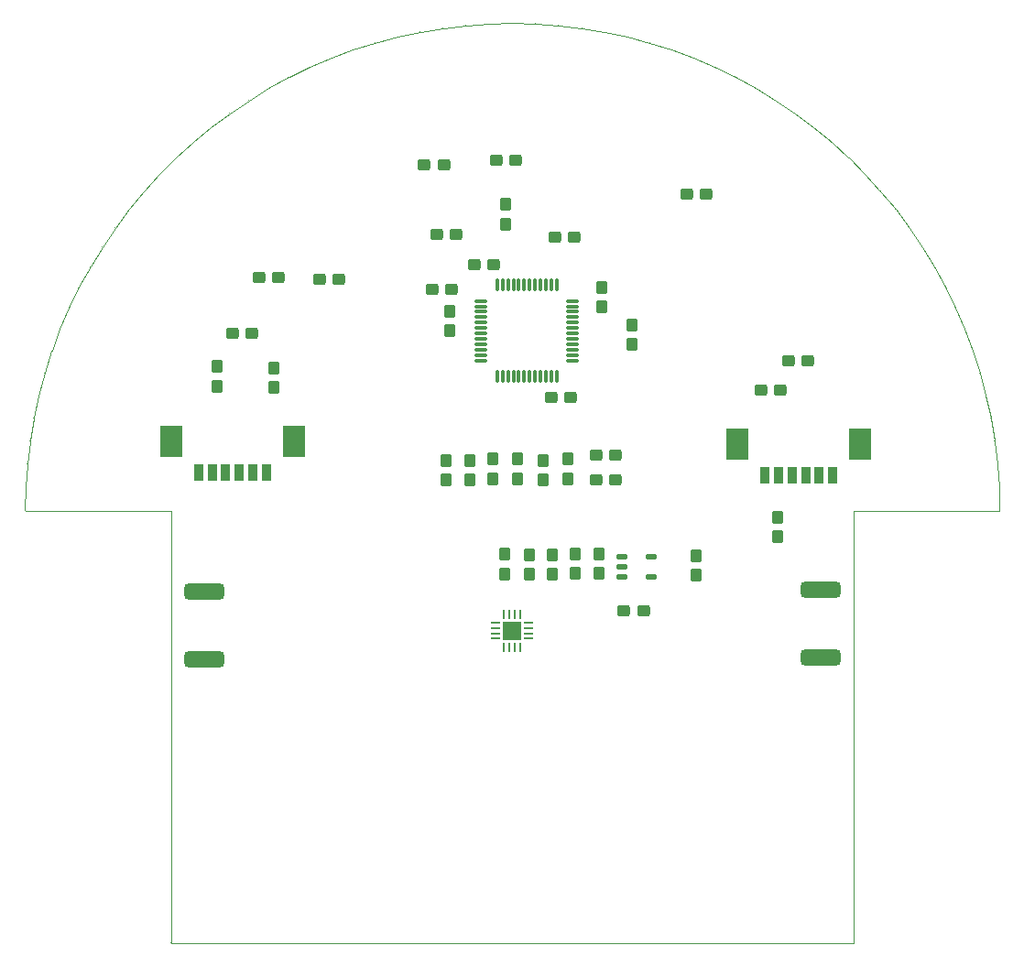
<source format=gtp>
%FSLAX25Y25*%
%MOIN*%
G70*
G01*
G75*
G04 Layer_Color=8421504*
G04:AMPARAMS|DCode=10|XSize=41.34mil|YSize=47.24mil|CornerRadius=10.34mil|HoleSize=0mil|Usage=FLASHONLY|Rotation=270.000|XOffset=0mil|YOffset=0mil|HoleType=Round|Shape=RoundedRectangle|*
%AMROUNDEDRECTD10*
21,1,0.04134,0.02658,0,0,270.0*
21,1,0.02067,0.04724,0,0,270.0*
1,1,0.02067,-0.01329,-0.01034*
1,1,0.02067,-0.01329,0.01034*
1,1,0.02067,0.01329,0.01034*
1,1,0.02067,0.01329,-0.01034*
%
%ADD10ROUNDEDRECTD10*%
G04:AMPARAMS|DCode=11|XSize=21.65mil|YSize=39.37mil|CornerRadius=5.41mil|HoleSize=0mil|Usage=FLASHONLY|Rotation=270.000|XOffset=0mil|YOffset=0mil|HoleType=Round|Shape=RoundedRectangle|*
%AMROUNDEDRECTD11*
21,1,0.02165,0.02854,0,0,270.0*
21,1,0.01083,0.03937,0,0,270.0*
1,1,0.01083,-0.01427,-0.00541*
1,1,0.01083,-0.01427,0.00541*
1,1,0.01083,0.01427,0.00541*
1,1,0.01083,0.01427,-0.00541*
%
%ADD11ROUNDEDRECTD11*%
G04:AMPARAMS|DCode=12|XSize=41.34mil|YSize=47.24mil|CornerRadius=10.34mil|HoleSize=0mil|Usage=FLASHONLY|Rotation=180.000|XOffset=0mil|YOffset=0mil|HoleType=Round|Shape=RoundedRectangle|*
%AMROUNDEDRECTD12*
21,1,0.04134,0.02658,0,0,180.0*
21,1,0.02067,0.04724,0,0,180.0*
1,1,0.02067,-0.01034,0.01329*
1,1,0.02067,0.01034,0.01329*
1,1,0.02067,0.01034,-0.01329*
1,1,0.02067,-0.01034,-0.01329*
%
%ADD12ROUNDEDRECTD12*%
%ADD13R,0.03189X0.06299*%
%ADD14R,0.08268X0.11811*%
%ADD15R,0.07087X0.07087*%
%ADD16O,0.00984X0.03543*%
%ADD17O,0.03543X0.00984*%
G04:AMPARAMS|DCode=18|XSize=145.67mil|YSize=59.06mil|CornerRadius=14.76mil|HoleSize=0mil|Usage=FLASHONLY|Rotation=180.000|XOffset=0mil|YOffset=0mil|HoleType=Round|Shape=RoundedRectangle|*
%AMROUNDEDRECTD18*
21,1,0.14567,0.02953,0,0,180.0*
21,1,0.11614,0.05906,0,0,180.0*
1,1,0.02953,-0.05807,0.01476*
1,1,0.02953,0.05807,0.01476*
1,1,0.02953,0.05807,-0.01476*
1,1,0.02953,-0.05807,-0.01476*
%
%ADD18ROUNDEDRECTD18*%
G04:AMPARAMS|DCode=19|XSize=98.43mil|YSize=196.85mil|CornerRadius=24.61mil|HoleSize=0mil|Usage=FLASHONLY|Rotation=180.000|XOffset=0mil|YOffset=0mil|HoleType=Round|Shape=RoundedRectangle|*
%AMROUNDEDRECTD19*
21,1,0.09843,0.14764,0,0,180.0*
21,1,0.04921,0.19685,0,0,180.0*
1,1,0.04921,-0.02461,0.07382*
1,1,0.04921,0.02461,0.07382*
1,1,0.04921,0.02461,-0.07382*
1,1,0.04921,-0.02461,-0.07382*
%
%ADD19ROUNDEDRECTD19*%
%ADD20C,0.05906*%
G04:AMPARAMS|DCode=21|XSize=11.81mil|YSize=47.24mil|CornerRadius=2.95mil|HoleSize=0mil|Usage=FLASHONLY|Rotation=180.000|XOffset=0mil|YOffset=0mil|HoleType=Round|Shape=RoundedRectangle|*
%AMROUNDEDRECTD21*
21,1,0.01181,0.04134,0,0,180.0*
21,1,0.00591,0.04724,0,0,180.0*
1,1,0.00591,-0.00295,0.02067*
1,1,0.00591,0.00295,0.02067*
1,1,0.00591,0.00295,-0.02067*
1,1,0.00591,-0.00295,-0.02067*
%
%ADD21ROUNDEDRECTD21*%
G04:AMPARAMS|DCode=22|XSize=11.81mil|YSize=47.24mil|CornerRadius=2.95mil|HoleSize=0mil|Usage=FLASHONLY|Rotation=90.000|XOffset=0mil|YOffset=0mil|HoleType=Round|Shape=RoundedRectangle|*
%AMROUNDEDRECTD22*
21,1,0.01181,0.04134,0,0,90.0*
21,1,0.00591,0.04724,0,0,90.0*
1,1,0.00591,0.02067,0.00295*
1,1,0.00591,0.02067,-0.00295*
1,1,0.00591,-0.02067,-0.00295*
1,1,0.00591,-0.02067,0.00295*
%
%ADD22ROUNDEDRECTD22*%
%ADD23C,0.01575*%
%ADD24C,0.00787*%
%ADD25C,0.01181*%
%ADD26C,0.01969*%
%ADD27C,0.03150*%
%ADD28C,0.02362*%
%ADD29C,0.02756*%
%ADD30C,0.00394*%
%ADD31C,0.00394*%
%ADD32O,0.06299X0.07087*%
G04:AMPARAMS|DCode=33|XSize=37.4mil|YSize=37.4mil|CornerRadius=9.35mil|HoleSize=0mil|Usage=FLASHONLY|Rotation=180.000|XOffset=0mil|YOffset=0mil|HoleType=Round|Shape=RoundedRectangle|*
%AMROUNDEDRECTD33*
21,1,0.03740,0.01870,0,0,180.0*
21,1,0.01870,0.03740,0,0,180.0*
1,1,0.01870,-0.00935,0.00935*
1,1,0.01870,0.00935,0.00935*
1,1,0.01870,0.00935,-0.00935*
1,1,0.01870,-0.00935,-0.00935*
%
%ADD33ROUNDEDRECTD33*%
%ADD34C,0.03740*%
%ADD35C,0.02362*%
%ADD36C,0.03937*%
%ADD37C,0.01969*%
%ADD38C,0.00984*%
%ADD39C,0.01000*%
D10*
X-62992Y241634D02*
D03*
X-70079D02*
D03*
X100394Y211811D02*
D03*
X107480D02*
D03*
X90551Y201279D02*
D03*
X97638D02*
D03*
X-94685Y222047D02*
D03*
X-101772D02*
D03*
X-84941Y242126D02*
D03*
X-92027D02*
D03*
X-31988Y283366D02*
D03*
X-24902D02*
D03*
X1181Y285039D02*
D03*
X-5906D02*
D03*
X37500Y177657D02*
D03*
X30413D02*
D03*
X47736Y120965D02*
D03*
X40650D02*
D03*
X-27461Y257972D02*
D03*
X-20374D02*
D03*
X22638Y256988D02*
D03*
X15551D02*
D03*
X-21949Y237894D02*
D03*
X-29035D02*
D03*
X63484Y272638D02*
D03*
X70571D02*
D03*
X21260Y198622D02*
D03*
X14173D02*
D03*
X-6693Y246850D02*
D03*
X-13780D02*
D03*
X30512Y168701D02*
D03*
X37598D02*
D03*
D11*
X50591Y140650D02*
D03*
Y133169D02*
D03*
X39961D02*
D03*
Y136909D02*
D03*
Y140650D02*
D03*
D12*
X96555Y147835D02*
D03*
Y154921D02*
D03*
X-86811Y209252D02*
D03*
Y202165D02*
D03*
X-107283Y209744D02*
D03*
Y202658D02*
D03*
X66929Y133957D02*
D03*
Y141043D02*
D03*
X31496Y134449D02*
D03*
Y141535D02*
D03*
X14665Y141339D02*
D03*
Y134252D02*
D03*
X23031Y134547D02*
D03*
Y141634D02*
D03*
X-2854Y141437D02*
D03*
Y134350D02*
D03*
X6102Y134252D02*
D03*
Y141339D02*
D03*
X-2362Y268799D02*
D03*
Y261713D02*
D03*
X20374Y168996D02*
D03*
Y176083D02*
D03*
X11122Y168602D02*
D03*
Y175689D02*
D03*
X1870Y168996D02*
D03*
Y176083D02*
D03*
X-6988Y168996D02*
D03*
Y176083D02*
D03*
X-15453Y168405D02*
D03*
Y175492D02*
D03*
X-24114Y168602D02*
D03*
Y175689D02*
D03*
X-22835Y222736D02*
D03*
Y229823D02*
D03*
X32677Y231594D02*
D03*
Y238681D02*
D03*
X43602Y217815D02*
D03*
Y224902D02*
D03*
D13*
X92028Y170197D02*
D03*
X96949D02*
D03*
X106791D02*
D03*
X116634D02*
D03*
X111713D02*
D03*
X101870D02*
D03*
X-114173Y171280D02*
D03*
X-109252D02*
D03*
X-99410D02*
D03*
X-89567D02*
D03*
X-94488D02*
D03*
X-104331D02*
D03*
D14*
X126673Y181614D02*
D03*
X81988D02*
D03*
X-79528Y182697D02*
D03*
X-124213D02*
D03*
D15*
X-98Y113681D02*
D03*
D16*
X-3051Y119685D02*
D03*
X-1083D02*
D03*
X886D02*
D03*
X2854D02*
D03*
Y107677D02*
D03*
X886D02*
D03*
X-1083D02*
D03*
X-3051D02*
D03*
D17*
X5906Y116634D02*
D03*
Y114665D02*
D03*
Y112697D02*
D03*
Y110728D02*
D03*
X-6102D02*
D03*
Y112697D02*
D03*
Y114665D02*
D03*
Y116634D02*
D03*
D18*
X-112205Y127854D02*
D03*
Y103248D02*
D03*
X112106Y128543D02*
D03*
Y103937D02*
D03*
D21*
X-5512Y239567D02*
D03*
X-3543D02*
D03*
X-1575D02*
D03*
X394D02*
D03*
X2362D02*
D03*
X6299D02*
D03*
X8268D02*
D03*
X10236D02*
D03*
X12205D02*
D03*
X14173D02*
D03*
X16142D02*
D03*
Y206102D02*
D03*
X14173D02*
D03*
X12205D02*
D03*
X10236D02*
D03*
X8268D02*
D03*
X6299D02*
D03*
X4331D02*
D03*
X2362D02*
D03*
X394D02*
D03*
X-1575D02*
D03*
X-3543D02*
D03*
X-5512D02*
D03*
X4331Y239567D02*
D03*
D22*
X22047Y233661D02*
D03*
Y231693D02*
D03*
Y229724D02*
D03*
Y227756D02*
D03*
Y225787D02*
D03*
Y223819D02*
D03*
Y219882D02*
D03*
Y215945D02*
D03*
Y213976D02*
D03*
Y212008D02*
D03*
X-11417D02*
D03*
Y213976D02*
D03*
Y215945D02*
D03*
Y217913D02*
D03*
Y219882D02*
D03*
Y221850D02*
D03*
Y223819D02*
D03*
Y225787D02*
D03*
Y227756D02*
D03*
Y229724D02*
D03*
Y231693D02*
D03*
Y233661D02*
D03*
X22047Y221850D02*
D03*
Y217913D02*
D03*
D30*
X95893Y306684D02*
G03*
X95885Y306690I-110J-163D01*
G01*
X95894Y306684D02*
G03*
X95885Y306690I-111J-162D01*
G01*
X88685Y311078D02*
G03*
X88677Y311083I-103J-168D01*
G01*
X102884Y301953D02*
G03*
X102876Y301958I-118J-158D01*
G01*
X102884Y301953D02*
G03*
X102875Y301959I-118J-158D01*
G01*
X81269Y315128D02*
G03*
X81267Y315129I-87J-177D01*
G01*
X81276Y315124D02*
G03*
X81269Y315128I-94J-173D01*
G01*
X81276Y315124D02*
G03*
X81268Y315128I-94J-173D01*
G01*
X73682Y318813D02*
G03*
X73675Y318817I-85J-178D01*
G01*
X73684Y318812D02*
G03*
X73682Y318813I-87J-177D01*
G01*
X73683Y318813D02*
G03*
X73675Y318817I-86J-177D01*
G01*
X88685Y311078D02*
G03*
X88677Y311083I-103J-168D01*
G01*
X122397Y285840D02*
G03*
X122390Y285847I-139J-139D01*
G01*
X128366Y279872D02*
G03*
X128360Y279878I-145J-133D01*
G01*
X128367Y279870D02*
G03*
X128366Y279872I-146J-132D01*
G01*
X122391Y285846D02*
G03*
X122390Y285847I-133J-145D01*
G01*
X122397Y285840D02*
G03*
X122391Y285846I-139J-139D01*
G01*
X134045Y273624D02*
G03*
X134038Y273631I-152J-125D01*
G01*
X128366Y279871D02*
G03*
X128360Y279878I-146J-132D01*
G01*
X109642Y296894D02*
G03*
X109634Y296899I-125J-152D01*
G01*
X109642Y296894D02*
G03*
X109634Y296899I-125J-152D01*
G01*
X116150Y291519D02*
G03*
X116144Y291525I-132J-146D01*
G01*
X116152Y291518D02*
G03*
X116150Y291519I-133J-145D01*
G01*
X116151Y291519D02*
G03*
X116144Y291525I-132J-146D01*
G01*
X25247Y333036D02*
G03*
X25236Y333038I-34J-194D01*
G01*
X25246Y333037D02*
G03*
X25236Y333038I-33J-194D01*
G01*
X16864Y334039D02*
G03*
X16855Y334040I-23J-196D01*
G01*
X33570Y331637D02*
G03*
X33561Y331638I-42J-192D01*
G01*
X33571Y331637D02*
G03*
X33570Y331637I-42J-192D01*
G01*
X33571Y331637D02*
G03*
X33560Y331639I-42J-192D01*
G01*
X8444Y334641D02*
G03*
X8433Y334642I-14J-196D01*
G01*
X8444Y334641D02*
G03*
X8434Y334642I-14J-196D01*
G01*
X6Y334842D02*
G03*
X-5Y334843I-6J-197D01*
G01*
X16864Y334039D02*
G03*
X16855Y334040I-23J-196D01*
G01*
X58013Y325086D02*
G03*
X58005Y325089I-68J-185D01*
G01*
X58015Y325086D02*
G03*
X58013Y325086I-69J-184D01*
G01*
X65923Y322136D02*
G03*
X65914Y322140I-78J-181D01*
G01*
X58014Y325086D02*
G03*
X58005Y325089I-69J-184D01*
G01*
X65915Y322139D02*
G03*
X65914Y322140I-69J-184D01*
G01*
X65923Y322136D02*
G03*
X65915Y322139I-78J-181D01*
G01*
X41819Y329842D02*
G03*
X41810Y329844I-51J-190D01*
G01*
X41820Y329842D02*
G03*
X41819Y329842I-51J-190D01*
G01*
X41819Y329842D02*
G03*
X41810Y329844I-51J-190D01*
G01*
X49973Y327657D02*
G03*
X49964Y327660I-60J-188D01*
G01*
X49964Y327659D02*
G03*
X49964Y327660I-51J-190D01*
G01*
X49973Y327657D02*
G03*
X49964Y327659I-60J-188D01*
G01*
X172364Y199291D02*
G03*
X172362Y199300I-192J-42D01*
G01*
X172364Y199290D02*
G03*
X172364Y199291I-192J-42D01*
G01*
X170179Y207445D02*
G03*
X170176Y207454I-190J-51D01*
G01*
X170179Y207444D02*
G03*
X170179Y207445I-190J-51D01*
G01*
X172362Y199299D02*
G03*
X172362Y199300I-190J-51D01*
G01*
X172364Y199291D02*
G03*
X172362Y199299I-192J-42D01*
G01*
X174158Y191041D02*
G03*
X174156Y191051I-194J-32D01*
G01*
X174158Y191042D02*
G03*
X174156Y191051I-194J-33D01*
G01*
X167609Y215485D02*
G03*
X167606Y215494I-188J-60D01*
G01*
X167606Y215494D02*
G03*
X167606Y215495I-185J-68D01*
G01*
X167609Y215485D02*
G03*
X167606Y215494I-188J-60D01*
G01*
X164659Y223395D02*
G03*
X164656Y223404I-184J-69D01*
G01*
X164659Y223394D02*
G03*
X164659Y223395I-185J-68D01*
G01*
X170179Y207445D02*
G03*
X170176Y207454I-190J-51D01*
G01*
X177162Y165914D02*
G03*
X177161Y165924I-197J-3D01*
G01*
X177162Y165910D02*
G03*
X177162Y165914I-197J0D01*
G01*
X176560Y174335D02*
G03*
X176559Y174344I-196J-14D01*
G01*
X177162Y165915D02*
G03*
X177161Y165924I-197J-5D01*
G01*
X177362Y157480D02*
G03*
X177362Y157485I-197J0D01*
G01*
X177362Y157480D02*
G03*
X177362Y157486I-197J0D01*
G01*
X177165Y157283D02*
G03*
X177362Y157480I0J197D01*
G01*
X177165Y157283D02*
G03*
X177362Y157480I0J197D01*
G01*
X175558Y182717D02*
G03*
X175556Y182726I-196J-23D01*
G01*
X176560Y174335D02*
G03*
X176559Y174344I-196J-14D01*
G01*
X175558Y182717D02*
G03*
X175556Y182727I-196J-23D01*
G01*
X149209Y253366D02*
G03*
X149203Y253375I-168J-103D01*
G01*
X149209Y253366D02*
G03*
X149204Y253374I-168J-103D01*
G01*
X144478Y260356D02*
G03*
X144472Y260364I-164J-109D01*
G01*
X153603Y246157D02*
G03*
X153598Y246165I-173J-94D01*
G01*
X153603Y246157D02*
G03*
X153598Y246165I-173J-94D01*
G01*
X139419Y267115D02*
G03*
X139413Y267122I-158J-118D01*
G01*
X139419Y267115D02*
G03*
X139413Y267122I-158J-118D01*
G01*
X134039Y273631D02*
G03*
X134038Y273632I-146J-132D01*
G01*
X134045Y273624D02*
G03*
X134039Y273631I-152J-125D01*
G01*
X144478Y260357D02*
G03*
X144472Y260364I-163J-110D01*
G01*
X161333Y231163D02*
G03*
X161332Y231164I-178J-85D01*
G01*
X161336Y231155D02*
G03*
X161333Y231163I-181J-78D01*
G01*
X161336Y231155D02*
G03*
X161332Y231164I-181J-78D01*
G01*
X157648Y238749D02*
G03*
X157644Y238757I-177J-87D01*
G01*
X157648Y238747D02*
G03*
X157648Y238749I-178J-85D01*
G01*
X164659Y223395D02*
G03*
X164656Y223404I-184J-69D01*
G01*
X157648Y238748D02*
G03*
X157644Y238757I-177J-86D01*
G01*
X124016Y-197D02*
G03*
X124213Y0I0J197D01*
G01*
X124016Y-197D02*
G03*
X124213Y0I0J197D01*
G01*
X5Y334843D02*
G03*
X-6Y334842I-5J-197D01*
G01*
X-8433Y334642D02*
G03*
X-8444Y334641I3J-197D01*
G01*
X-8435Y334642D02*
G03*
X-8444Y334641I5J-197D01*
G01*
X-16855Y334040D02*
G03*
X-16864Y334039I14J-196D01*
G01*
X-16855Y334040D02*
G03*
X-16864Y334039I14J-196D01*
G01*
X-25237Y333038D02*
G03*
X-25246Y333037I23J-196D01*
G01*
X-25237Y333038D02*
G03*
X-25247Y333036I23J-196D01*
G01*
X-33560Y331639D02*
G03*
X-33571Y331637I32J-194D01*
G01*
X-33562Y331638D02*
G03*
X-33571Y331637I33J-194D01*
G01*
X-41810Y329844D02*
G03*
X-41819Y329842I42J-192D01*
G01*
X-41819Y329842D02*
G03*
X-41820Y329842I51J-190D01*
G01*
X-41810Y329844D02*
G03*
X-41819Y329842I42J-192D01*
G01*
X-49965Y327659D02*
G03*
X-49973Y327657I51J-190D01*
G01*
X-49964Y327660D02*
G03*
X-49965Y327659I51J-190D01*
G01*
X-49964Y327660D02*
G03*
X-49973Y327657I51J-190D01*
G01*
X-58005Y325089D02*
G03*
X-58014Y325086I60J-188D01*
G01*
X-58013Y325086D02*
G03*
X-58015Y325086I68J-185D01*
G01*
X-58005Y325089D02*
G03*
X-58013Y325086I60J-188D01*
G01*
X-65915Y322139D02*
G03*
X-65923Y322136I69J-184D01*
G01*
X-65914Y322140D02*
G03*
X-65915Y322139I68J-185D01*
G01*
X-65915Y322139D02*
G03*
X-65923Y322136I69J-184D01*
G01*
X-73675Y318817D02*
G03*
X-73683Y318813I78J-181D01*
G01*
X-73682Y318813D02*
G03*
X-73684Y318812I85J-178D01*
G01*
X-73675Y318817D02*
G03*
X-73682Y318813I78J-181D01*
G01*
X-81269Y315128D02*
G03*
X-81276Y315124I87J-177D01*
G01*
X-81267Y315129D02*
G03*
X-81269Y315128I85J-178D01*
G01*
X-81268Y315128D02*
G03*
X-81276Y315124I86J-177D01*
G01*
X-88677Y311083D02*
G03*
X-88685Y311078I94J-173D01*
G01*
X-88677Y311083D02*
G03*
X-88685Y311078I94J-173D01*
G01*
X-95885Y306689D02*
G03*
X-95893Y306684I103J-168D01*
G01*
X-95885Y306689D02*
G03*
X-95894Y306684I103J-168D01*
G01*
X-102875Y301959D02*
G03*
X-102884Y301953I109J-164D01*
G01*
X-102876Y301958D02*
G03*
X-102884Y301953I110J-163D01*
G01*
X-109634Y296899D02*
G03*
X-109642Y296894I118J-158D01*
G01*
X-109634Y296899D02*
G03*
X-109642Y296894I118J-158D01*
G01*
X-116144Y291525D02*
G03*
X-116151Y291519I125J-152D01*
G01*
X-116150Y291519D02*
G03*
X-116152Y291518I132J-146D01*
G01*
X-116144Y291525D02*
G03*
X-116150Y291519I125J-152D01*
G01*
X-122391Y285846D02*
G03*
X-122397Y285840I133J-145D01*
G01*
X-122390Y285847D02*
G03*
X-122391Y285846I132J-146D01*
G01*
X-122391Y285847D02*
G03*
X-122397Y285840I132J-146D01*
G01*
X-128360Y279878D02*
G03*
X-128366Y279871I139J-139D01*
G01*
X-128366Y279872D02*
G03*
X-128367Y279870I145J-133D01*
G01*
X-128360Y279878D02*
G03*
X-128366Y279872I139J-139D01*
G01*
X-134039Y273631D02*
G03*
X-134045Y273624I146J-132D01*
G01*
X-134038Y273632D02*
G03*
X-134039Y273631I145J-133D01*
G01*
X-134038Y273631D02*
G03*
X-134045Y273624I146J-132D01*
G01*
X-139413Y267122D02*
G03*
X-139419Y267115I152J-125D01*
G01*
X-139413Y267122D02*
G03*
X-139419Y267115I152J-125D01*
G01*
X-144472Y260364D02*
G03*
X-144478Y260357I158J-118D01*
G01*
X-144472Y260364D02*
G03*
X-144478Y260356I158J-118D01*
G01*
X-149203Y253375D02*
G03*
X-149209Y253366I162J-111D01*
G01*
X-149204Y253374D02*
G03*
X-149209Y253366I163J-110D01*
G01*
X-153598Y246165D02*
G03*
X-153603Y246157I168J-103D01*
G01*
X-153598Y246165D02*
G03*
X-153603Y246157I168J-103D01*
G01*
X-124213Y-0D02*
G03*
X-124016Y-197I197J0D01*
G01*
X-124213Y-0D02*
G03*
X-124016Y-197I197J0D01*
G01*
X-157644Y238756D02*
G03*
X-157648Y238748I173J-94D01*
G01*
X-157648Y238749D02*
G03*
X-157649Y238747I177J-87D01*
G01*
X-157644Y238756D02*
G03*
X-157648Y238749I173J-94D01*
G01*
X-161333Y231163D02*
G03*
X-161336Y231155I178J-85D01*
G01*
X-161332Y231164D02*
G03*
X-161333Y231163I177J-87D01*
G01*
X-161332Y231164D02*
G03*
X-161336Y231155I177J-86D01*
G01*
X-164656Y223404D02*
G03*
X-164659Y223395I181J-78D01*
G01*
X-164659Y223395D02*
G03*
X-164659Y223394I184J-69D01*
G01*
X-164656Y223404D02*
G03*
X-164659Y223395I181J-78D01*
G01*
X-167606Y215494D02*
G03*
X-167609Y215485I185J-68D01*
G01*
X-167606Y215495D02*
G03*
X-167606Y215494I184J-69D01*
G01*
X-167606Y215494D02*
G03*
X-167609Y215485I184J-69D01*
G01*
X-170177Y207453D02*
G03*
X-170179Y207445I188J-60D01*
G01*
X-170179Y207445D02*
G03*
X-170179Y207444I190J-51D01*
G01*
X-170177Y207453D02*
G03*
X-170179Y207445I188J-60D01*
G01*
X-172362Y199299D02*
G03*
X-172364Y199291I190J-51D01*
G01*
X-172362Y199300D02*
G03*
X-172362Y199299I190J-51D01*
G01*
X-172364Y199291D02*
G03*
X-172364Y199290I192J-42D01*
G01*
X-172362Y199300D02*
G03*
X-172364Y199291I190J-51D01*
G01*
X-174156Y191051D02*
G03*
X-174158Y191042I192J-42D01*
G01*
X-174156Y191051D02*
G03*
X-174158Y191041I192J-42D01*
G01*
X-175556Y182727D02*
G03*
X-175558Y182717I194J-34D01*
G01*
X-175556Y182726D02*
G03*
X-175558Y182717I194J-33D01*
G01*
X-176559Y174344D02*
G03*
X-176560Y174335I196J-23D01*
G01*
X-176559Y174344D02*
G03*
X-176560Y174335I196J-23D01*
G01*
X-177161Y165924D02*
G03*
X-177162Y165915I196J-14D01*
G01*
X-177161Y165924D02*
G03*
X-177162Y165914I196J-14D01*
G01*
X-177362Y157485D02*
G03*
X-177165Y157283I197J-5D01*
G01*
X-177362Y157486D02*
G03*
X-177165Y157283I197J-6D01*
G01*
X88685Y311078D02*
X95885Y306690D01*
X102884Y301953D02*
X109634Y296899D01*
X102875Y301959D02*
X102876Y301958D01*
X95894Y306684D02*
X102875Y301959D01*
X95893Y306684D02*
X95894Y306684D01*
X81268Y315128D02*
X81269Y315128D01*
X81267Y315129D02*
X81268Y315128D01*
X73684Y318812D02*
X81267Y315129D01*
X73683Y318813D02*
X73684Y318812D01*
X73682Y318813D02*
X73683Y318813D01*
X81276Y315124D02*
X88677Y311083D01*
X122397Y285840D02*
X128360Y279878D01*
X122390Y285847D02*
X122391Y285846D01*
X122390Y285847D02*
X122390Y285847D01*
X116152Y291518D02*
X122390Y285847D01*
X116151Y291519D02*
X116152Y291518D01*
X116150Y291519D02*
X116151Y291519D01*
X128366Y279872D02*
X128366Y279871D01*
X128367Y279870D01*
X134038Y273632D01*
X134038Y273631D01*
X134039Y273631D01*
X109642Y296894D02*
X116144Y291525D01*
X16864Y334039D02*
X25236Y333038D01*
X41810Y329844D02*
X41810Y329844D01*
X41810Y329844D02*
X41810Y329844D01*
X33571Y331637D02*
X41810Y329844D01*
X33571Y331637D02*
X33571Y331637D01*
X33570Y331637D02*
X33571Y331637D01*
X33560Y331639D02*
X33561Y331638D01*
X25247Y333036D02*
X33560Y331639D01*
X25246Y333037D02*
X25247Y333036D01*
X8433Y334642D02*
X8434Y334642D01*
X6Y334842D02*
X8433Y334642D01*
X5Y334843D02*
X6Y334842D01*
X8444Y334641D02*
X16855Y334040D01*
X65914Y322140D02*
X65915Y322139D01*
X65914Y322140D02*
X65914Y322140D01*
X58015Y325086D02*
X65914Y322140D01*
X58014Y325086D02*
X58015Y325086D01*
X58013Y325086D02*
X58014Y325086D01*
X49973Y327657D02*
X58005Y325089D01*
X65923Y322136D02*
X73675Y318817D01*
X49964Y327660D02*
X49964Y327659D01*
X49964Y327660D02*
X49964Y327660D01*
X41820Y329842D02*
X49964Y327660D01*
X41819Y329842D02*
X41820Y329842D01*
X41819Y329842D02*
X41819Y329842D01*
X172364Y199291D02*
X172364Y199291D01*
X172364Y199290D01*
X174156Y191051D01*
X174156Y191051D01*
X174156Y191051D01*
X170179Y207445D02*
X170179Y207445D01*
X170179Y207444D01*
X172362Y199300D01*
X172362Y199300D01*
X172362Y199299D01*
X174158Y191042D02*
X174158Y191041D01*
X175556Y182727D01*
X175556Y182726D01*
X164659Y223395D02*
X164659Y223395D01*
X164659Y223394D01*
X167606Y215495D01*
X167606Y215494D01*
X167606Y215494D01*
X167609Y215485D02*
X170176Y207454D01*
X177162Y165915D02*
X177162Y165914D01*
X177362Y157486D01*
X177362Y157485D01*
X176560Y174335D02*
X177161Y165924D01*
X175558Y182717D02*
X176559Y174344D01*
X124213Y157283D02*
X177165Y157283D01*
X144478Y260357D02*
X144478Y260356D01*
X149203Y253375D01*
X149204Y253374D01*
X149209Y253366D02*
X153598Y246165D01*
X134045Y273624D02*
X139413Y267122D01*
X139419Y267115D02*
X144472Y260364D01*
X157648Y238749D02*
X157648Y238748D01*
X157648Y238747D01*
X161332Y231164D01*
X161332Y231164D01*
X161333Y231163D01*
X161336Y231155D02*
X164656Y223404D01*
X153603Y246157D02*
X157644Y238757D01*
X124213Y0D02*
Y157283D01*
X-6Y334842D02*
X-5Y334843D01*
X-8433Y334642D02*
X-6Y334842D01*
X-8435Y334642D02*
X-8433Y334642D01*
X-16855Y334040D02*
X-8444Y334641D01*
X-25237Y333038D02*
X-16864Y334039D01*
X-25247Y333036D02*
X-25246Y333037D01*
X-33560Y331639D02*
X-25247Y333036D01*
X-33562Y331638D02*
X-33560Y331639D01*
X-41810Y329844D02*
X-33571Y331637D01*
X-41819Y329842D02*
X-41819Y329842D01*
X-41820Y329842D02*
X-41819Y329842D01*
X-49964Y327660D02*
X-41820Y329842D01*
X-49964Y327660D02*
X-49964Y327660D01*
X-49965Y327659D02*
X-49964Y327660D01*
X-58005Y325089D02*
X-49973Y327657D01*
X-58014Y325086D02*
X-58013Y325086D01*
X-58015Y325086D02*
X-58014Y325086D01*
X-65914Y322140D02*
X-58015Y325086D01*
X-65915Y322139D02*
X-65914Y322140D01*
X-65915Y322139D02*
X-65915Y322139D01*
X-73675Y318817D02*
X-65923Y322136D01*
X-73683Y318813D02*
X-73682Y318813D01*
X-73684Y318812D02*
X-73683Y318813D01*
X-81267Y315129D02*
X-73684Y318812D01*
X-81268Y315128D02*
X-81267Y315129D01*
X-81269Y315128D02*
X-81268Y315128D01*
X-88677Y311083D02*
X-81276Y315124D01*
X-95885Y306689D02*
X-88685Y311078D01*
X-95894Y306684D02*
X-95893Y306684D01*
X-102875Y301959D02*
X-95894Y306684D01*
X-102876Y301958D02*
X-102875Y301959D01*
X-109634Y296899D02*
X-102884Y301953D01*
X-116144Y291525D02*
X-109642Y296894D01*
X-116151Y291519D02*
X-116150Y291519D01*
X-116152Y291518D02*
X-116151Y291519D01*
X-122390Y285847D02*
X-116152Y291518D01*
X-122391Y285847D02*
X-122390Y285847D01*
X-122391Y285846D02*
X-122391Y285847D01*
X-128360Y279878D02*
X-122397Y285840D01*
X-128366Y279871D02*
X-128366Y279872D01*
X-128367Y279870D02*
X-128366Y279871D01*
X-134038Y273632D02*
X-128367Y279870D01*
X-134038Y273631D02*
X-134038Y273632D01*
X-134039Y273631D02*
X-134038Y273631D01*
X-139413Y267122D02*
X-134045Y273624D01*
X-144472Y260364D02*
X-139419Y267115D01*
X-144478Y260356D02*
X-144478Y260357D01*
X-149203Y253375D02*
X-144478Y260356D01*
X-149204Y253374D02*
X-149203Y253375D01*
X-153598Y246165D02*
X-149209Y253366D01*
X-124016Y-197D02*
X124016Y-197D01*
X-124213Y-0D02*
Y157283D01*
X-157644Y238756D02*
X-153603Y246157D01*
X-157648Y238748D02*
X-157648Y238749D01*
X-157649Y238747D02*
X-157648Y238748D01*
X-161332Y231164D02*
X-157649Y238747D01*
X-161332Y231164D02*
X-161332Y231164D01*
X-161333Y231163D02*
X-161332Y231164D01*
X-177165Y157283D02*
X-124213Y157283D01*
X-164656Y223404D02*
X-161336Y231155D01*
X-164659Y223395D02*
X-164659Y223395D01*
X-164659Y223394D02*
X-164659Y223395D01*
X-167606Y215495D02*
X-164659Y223394D01*
X-167606Y215494D02*
X-167606Y215495D01*
X-167606Y215494D02*
X-167606Y215494D01*
X-170177Y207453D02*
X-167609Y215485D01*
X-170179Y207445D02*
X-170179Y207445D01*
X-170179Y207444D02*
X-170179Y207445D01*
X-172362Y199300D02*
X-170179Y207444D01*
X-172362Y199300D02*
X-172362Y199300D01*
X-172362Y199299D02*
X-172362Y199300D01*
X-172364Y199291D02*
X-172364Y199291D01*
X-172364Y199290D02*
X-172364Y199291D01*
X-174156Y191051D02*
X-172364Y199290D01*
X-174156Y191051D02*
X-174156Y191051D01*
X-174156Y191051D02*
X-174156Y191051D01*
X-174158Y191041D02*
X-174158Y191042D01*
X-175556Y182727D02*
X-174158Y191041D01*
X-175556Y182726D02*
X-175556Y182727D01*
X-176559Y174344D02*
X-175558Y182717D01*
X-177161Y165924D02*
X-176560Y174335D01*
X-177162Y165914D02*
X-177162Y165915D01*
X-177362Y157486D02*
X-177162Y165914D01*
X-177362Y157485D02*
X-177362Y157486D01*
D31*
X41810Y329844D02*
D03*
X174156Y191051D02*
D03*
X-174156Y191051D02*
D03*
M02*

</source>
